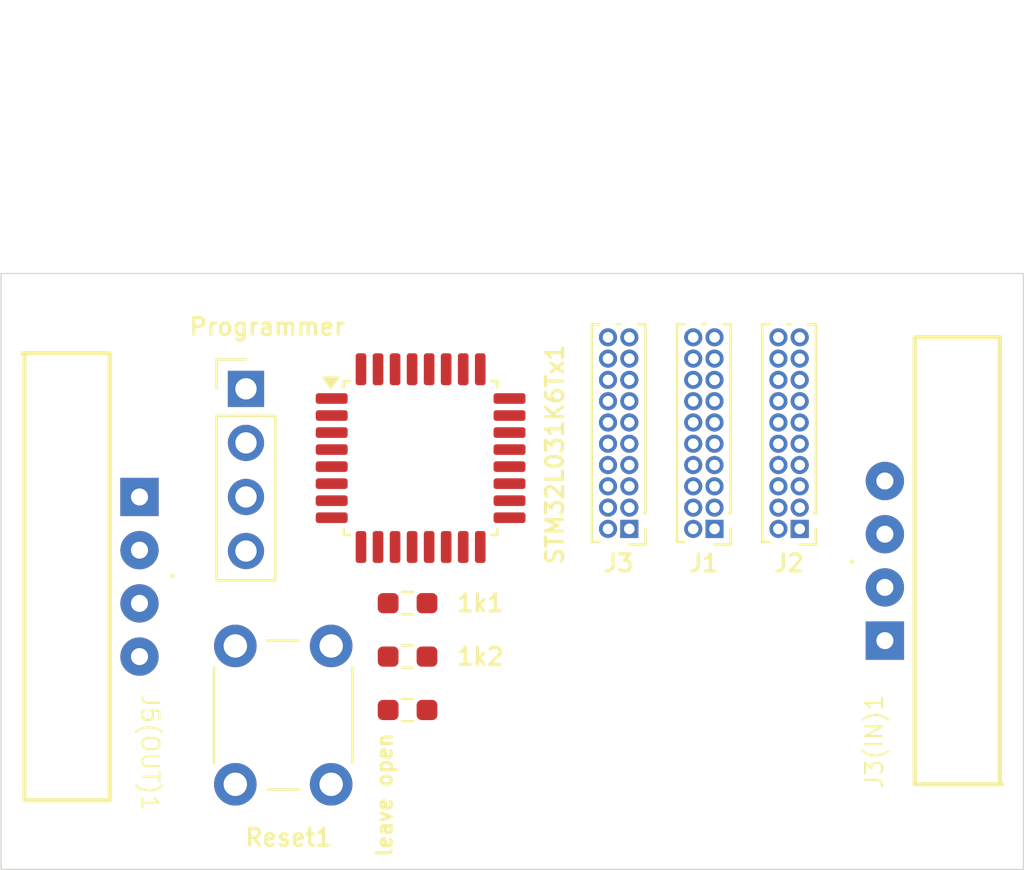
<source format=kicad_pcb>
(kicad_pcb (version 20241229) (generator "pcbnew") (generator_version "9.0")
  (layers (0 "F.Cu" signal) (2 "B.Cu" signal) (13 "F.Paste" user) (15 "B.Paste" user) (5 "F.SilkS" user "F.Silkscreen") (7 "B.SilkS" user "B.Silkscreen") (1 "F.Mask" user) (3 "B.Mask" user) (25 "Edge.Cuts" user))
  (net 0 "")
  (net 1 "Net-(STM32L031K6Tx1-NRST)")
  (net 2 "/VCC")
  (net 3 "Net-(STM32L031K6Tx1-BOOT0)")
  (net 4 "/GND")
  (net 5 "/PA4")
  (net 6 "/PB5")
  (net 7 "/PA12")
  (net 8 "/PA8")
  (net 9 "/PA3")
  (net 10 "/PA7")
  (net 11 "/PA1")
  (net 13 "/PB4")
  (net 14 "/PA5")
  (net 15 "/PA6")
  (net 16 "/PA11")
  (net 17 "/PA15")
  (net 18 "/PA0")
  (net 19 "/PA2")
  (net 20 "/PB3")
  (net 21 "/PB0")
  (net 22 "/PB1")
  (net 23 "/PB6")
  (net 24 "/PB7")
  (net 25 "/SWCLK")
  (net 26 "/SWDIO")
  (net 27 "/SWCLK(PA13)")
  (net 28 "/PC14")
  (net 29 "/SWDIO(PA14)")
  (net 30 "/PC15")
  (net 31 "/UART_TX(PA9)")
  (net 32 "/UART_RX(PA10)")
  (footprint "Resistor_SMD:R_0603_1608Metric_Pad0.98x0.95mm_HandSolder" (layer "F.Cu") (at 91.0875 95.5)
    (property "Reference" "1k2" (at 3.4125 0 0) (layer "F.SilkS") (effects (font (size 0.8 0.8))))
    (property "Value" "R")
    (fp_line (start -0.254724 -0.5225) (end 0.254724 -0.5225) (stroke (width 0.12)) (layer "F.SilkS"))
    (fp_line (start -0.254724 0.5225) (end 0.254724 0.5225) (stroke (width 0.12)) (layer "F.SilkS"))
    (pad "1" smd roundrect (at -0.9125 0) (size 0.975 0.95) (layers "F.Cu" "F.Mask" "F.Paste") (net 3 "Net-(STM32L031K6Tx1-BOOT0)"))
    (pad "2" smd roundrect (at 0.9125 0) (size 0.975 0.95) (layers "F.Cu" "F.Mask" "F.Paste") (net 4 "/GND"))
  )
  (footprint "Button_Switch_THT:SW_PUSH_6mm_H4.3mm" (layer "F.Cu") (at 87.5 95 -90)
    (property "Reference" "Reset1" (at 9 2 180) (layer "F.SilkS") (effects (font (size 0.8 0.8))))
    (property "Value" "SW_Push")
    (fp_line (start 1 5.5) (end 5.5 5.5) (stroke (width 0.12)) (layer "F.SilkS"))
    (fp_line (start 6.75 3) (end 6.75 1.5) (stroke (width 0.12)) (layer "F.SilkS"))
    (fp_line (start -0.25 1.5) (end -0.25 3) (stroke (width 0.12)) (layer "F.SilkS"))
    (fp_line (start 5.5 -1) (end 1 -1) (stroke (width 0.12)) (layer "F.SilkS"))
    (pad "1" thru_hole circle (at 0 0) (size 2 2) (drill 1.1) (layers "*.Cu" "*.Mask") (net 4 "/GND"))
    (pad "1" thru_hole circle (at 6.5 0) (size 2 2) (drill 1.1) (layers "*.Cu" "*.Mask") (net 4 "/GND"))
    (pad "2" thru_hole circle (at 0 4.5) (size 2 2) (drill 1.1) (layers "*.Cu" "*.Mask") (net 1 "Net-(STM32L031K6Tx1-NRST)"))
    (pad "2" thru_hole circle (at 6.5 4.5) (size 2 2) (drill 1.1) (layers "*.Cu" "*.Mask") (net 1 "Net-(STM32L031K6Tx1-NRST)"))
  )
  (footprint "FootprintLibrary:5358_4pin_connector_customfootprint" (layer "F.Cu") (at 115.5 91 90)
    (property "Reference" "J3(IN)1" (at -8.5 -2.5 90) (layer "F.SilkS") (effects (font (size 0.8 0.8) (thickness 0.1))))
    (property "Value" "01x04 magnetic connector")
    (fp_line (start -0.04 -3.6) (end -0.04 -3.6) (stroke (width 0.1)) (layer "F.SilkS"))
    (fp_line (start -0.04 -3.5) (end -0.04 -3.5) (stroke (width 0.1)) (layer "F.SilkS"))
    (fp_line (start -0.04 -3.5) (end -0.04 -3.5) (stroke (width 0.1)) (layer "F.SilkS"))
    (fp_line (start 10.5 -0.6) (end 10.5 3.4) (stroke (width 0.2)) (layer "F.SilkS"))
    (fp_line (start -10.5 -0.6) (end 10.5 -0.6) (stroke (width 0.2)) (layer "F.SilkS"))
    (fp_line (start 10.5 3.4) (end -10.5 3.4) (stroke (width 0.2)) (layer "F.SilkS"))
    (fp_line (start -10.5 3.5) (end -10.5 -0.5) (stroke (width 0.2)) (layer "F.SilkS"))
    (fp_arc (start -0.04 -3.6) (mid 0.01 -3.55) (end -0.04 -3.5) (stroke (width 0.1)) (layer "F.SilkS"))
    (fp_arc (start -0.04 -3.6) (mid 0.01 -3.55) (end -0.04 -3.5) (stroke (width 0.1)) (layer "F.SilkS"))
    (fp_arc (start -0.04 -3.5) (mid -0.09 -3.55) (end -0.04 -3.6) (stroke (width 0.1)) (layer "F.SilkS"))
    (pad "1" thru_hole rect (at -3.75 -2 90) (size 1.8 1.8) (drill 0.8) (layers "*.Cu" "*.Mask") (net 4 "/GND"))
    (pad "2" thru_hole circle (at -1.25 -2 90) (size 1.8 1.8) (drill 0.8) (layers "*.Cu" "*.Mask") (net 2 "/VCC"))
    (pad "3" thru_hole circle (at 1.25 -2 90) (size 1.8 1.8) (drill 0.8) (layers "*.Cu" "*.Mask") (net 31 "/UART_TX(PA9)"))
    (pad "4" thru_hole circle (at 3.75 -2 90) (size 1.8 1.8) (drill 0.8) (layers "*.Cu" "*.Mask") (net 32 "/UART_RX(PA10)"))
  )
  (footprint "Resistor_SMD:R_0603_1608Metric_Pad0.98x0.95mm_HandSolder" (layer "F.Cu") (at 91.0875 92.99)
    (property "Reference" "1k1" (at 3.4125 0 0) (layer "F.SilkS") (effects (font (size 0.8 0.8))))
    (property "Value" "R")
    (fp_line (start -0.254724 -0.5225) (end 0.254724 -0.5225) (stroke (width 0.12)) (layer "F.SilkS"))
    (fp_line (start -0.254724 0.5225) (end 0.254724 0.5225) (stroke (width 0.12)) (layer "F.SilkS"))
    (pad "1" smd roundrect (at -0.9125 0) (size 0.975 0.95) (layers "F.Cu" "F.Mask" "F.Paste") (net 2 "/VCC"))
    (pad "2" smd roundrect (at 0.9125 0) (size 0.975 0.95) (layers "F.Cu" "F.Mask" "F.Paste") (net 1 "Net-(STM32L031K6Tx1-NRST)"))
  )
  (footprint "Resistor_SMD:R_0603_1608Metric_Pad0.98x0.95mm_HandSolder" (layer "F.Cu") (at 91.0875 98.01)
    (property "Reference" "leave open" (at -1.0875 3.99 270) (layer "F.SilkS") (effects (font (size 0.7 0.7))))
    (property "Value" "R")
    (fp_line (start -0.254724 -0.5225) (end 0.254724 -0.5225) (stroke (width 0.12)) (layer "F.SilkS"))
    (fp_line (start -0.254724 0.5225) (end 0.254724 0.5225) (stroke (width 0.12)) (layer "F.SilkS"))
    (pad "1" smd roundrect (at -0.9125 0) (size 0.975 0.95) (layers "F.Cu" "F.Mask" "F.Paste") (net 3 "Net-(STM32L031K6Tx1-BOOT0)"))
    (pad "2" smd roundrect (at 0.9125 0) (size 0.975 0.95) (layers "F.Cu" "F.Mask" "F.Paste") (net 2 "/VCC"))
  )
  (footprint "Connector_PinHeader_2.54mm:PinHeader_1x04_P2.54mm_Vertical" (layer "F.Cu") (at 83.5 82.92)
    (property "Reference" "Programmer" (at 1 -2.92 0) (layer "F.SilkS") (effects (font (size 0.8 0.8))))
    (property "Value" "Conn_01x04")
    (fp_line (start -1.38 -1.38) (end 0 -1.38) (stroke (width 0.12)) (layer "F.SilkS"))
    (fp_line (start -1.38 0) (end -1.38 -1.38) (stroke (width 0.12)) (layer "F.SilkS"))
    (fp_line (start -1.38 1.27) (end -1.38 9) (stroke (width 0.12)) (layer "F.SilkS"))
    (fp_line (start -1.38 1.27) (end 1.38 1.27) (stroke (width 0.12)) (layer "F.SilkS"))
    (fp_line (start -1.38 9) (end 1.38 9) (stroke (width 0.12)) (layer "F.SilkS"))
    (fp_line (start 1.38 1.27) (end 1.38 9) (stroke (width 0.12)) (layer "F.SilkS"))
    (pad "1" thru_hole rect (at 0 0) (size 1.7 1.7) (drill 1) (layers "*.Cu" "*.Mask") (net 25 "/SWCLK"))
    (pad "2" thru_hole circle (at 0 2.54) (size 1.7 1.7) (drill 1) (layers "*.Cu" "*.Mask") (net 26 "/SWDIO"))
    (pad "3" thru_hole circle (at 0 5.08) (size 1.7 1.7) (drill 1) (layers "*.Cu" "*.Mask") (net 2 "/VCC"))
    (pad "4" thru_hole circle (at 0 7.62) (size 1.7 1.7) (drill 1) (layers "*.Cu" "*.Mask") (net 4 "/GND"))
  )
  (footprint "Package_QFP:LQFP-32_7x7mm_P0.8mm" (layer "F.Cu") (at 91.7 86.175)
    (property "Reference" "STM32L031K6Tx1" (at 6.3 -0.175 270) (layer "F.SilkS") (effects (font (size 0.8 0.8))))
    (property "Value" "STM32L031K6Tx")
    (fp_line (start -3.61 -3.61) (end -3.61 -3.31) (stroke (width 0.12)) (layer "F.SilkS"))
    (fp_line (start -3.61 3.61) (end -3.61 3.31) (stroke (width 0.12)) (layer "F.SilkS"))
    (fp_line (start -3.31 -3.61) (end -3.61 -3.61) (stroke (width 0.12)) (layer "F.SilkS"))
    (fp_line (start -3.31 3.61) (end -3.61 3.61) (stroke (width 0.12)) (layer "F.SilkS"))
    (fp_line (start 3.31 -3.61) (end 3.61 -3.61) (stroke (width 0.12)) (layer "F.SilkS"))
    (fp_line (start 3.31 3.61) (end 3.61 3.61) (stroke (width 0.12)) (layer "F.SilkS"))
    (fp_line (start 3.61 -3.61) (end 3.61 -3.31) (stroke (width 0.12)) (layer "F.SilkS"))
    (fp_line (start 3.61 3.61) (end 3.61 3.31) (stroke (width 0.12)) (layer "F.SilkS"))
    (fp_poly (pts (xy -4.2125 -3.31) (xy -4.5525 -3.78) (xy -3.8725 -3.78)) (stroke (width 0.12)) (fill yes) (layer "F.SilkS"))
    (pad "1" smd roundrect (at -4.175 -2.8) (size 1.5 0.5) (layers "F.Cu" "F.Mask" "F.Paste") (net 2 "/VCC"))
    (pad "2" smd roundrect (at -4.175 -2) (size 1.5 0.5) (layers "F.Cu" "F.Mask" "F.Paste") (net 28 "/PC14"))
    (pad "3" smd roundrect (at -4.175 -1.2) (size 1.5 0.5) (layers "F.Cu" "F.Mask" "F.Paste") (net 30 "/PC15"))
    (pad "4" smd roundrect (at -4.175 -0.4) (size 1.5 0.5) (layers "F.Cu" "F.Mask" "F.Paste") (net 1 "Net-(STM32L031K6Tx1-NRST)"))
    (pad "5" smd roundrect (at -4.175 0.4) (size 1.5 0.5) (layers "F.Cu" "F.Mask" "F.Paste") (net 2 "/VCC"))
    (pad "6" smd roundrect (at -4.175 1.2) (size 1.5 0.5) (layers "F.Cu" "F.Mask" "F.Paste") (net 18 "/PA0"))
    (pad "7" smd roundrect (at -4.175 2) (size 1.5 0.5) (layers "F.Cu" "F.Mask" "F.Paste") (net 11 "/PA1"))
    (pad "8" smd roundrect (at -4.175 2.8) (size 1.5 0.5) (layers "F.Cu" "F.Mask" "F.Paste") (net 19 "/PA2"))
    (pad "9" smd roundrect (at -2.8 4.175) (size 0.5 1.5) (layers "F.Cu" "F.Mask" "F.Paste") (net 9 "/PA3"))
    (pad "10" smd roundrect (at -2 4.175) (size 0.5 1.5) (layers "F.Cu" "F.Mask" "F.Paste") (net 5 "/PA4"))
    (pad "11" smd roundrect (at -1.2 4.175) (size 0.5 1.5) (layers "F.Cu" "F.Mask" "F.Paste") (net 14 "/PA5"))
    (pad "12" smd roundrect (at -0.4 4.175) (size 0.5 1.5) (layers "F.Cu" "F.Mask" "F.Paste") (net 15 "/PA6"))
    (pad "13" smd roundrect (at 0.4 4.175) (size 0.5 1.5) (layers "F.Cu" "F.Mask" "F.Paste") (net 10 "/PA7"))
    (pad "14" smd roundrect (at 1.2 4.175) (size 0.5 1.5) (layers "F.Cu" "F.Mask" "F.Paste") (net 21 "/PB0"))
    (pad "15" smd roundrect (at 2 4.175) (size 0.5 1.5) (layers "F.Cu" "F.Mask" "F.Paste") (net 22 "/PB1"))
    (pad "16" smd roundrect (at 2.8 4.175) (size 0.5 1.5) (layers "F.Cu" "F.Mask" "F.Paste") (net 4 "/GND"))
    (pad "17" smd roundrect (at 4.175 2.8) (size 1.5 0.5) (layers "F.Cu" "F.Mask" "F.Paste") (net 2 "/VCC"))
    (pad "18" smd roundrect (at 4.175 2) (size 1.5 0.5) (layers "F.Cu" "F.Mask" "F.Paste") (net 8 "/PA8"))
    (pad "19" smd roundrect (at 4.175 1.2) (size 1.5 0.5) (layers "F.Cu" "F.Mask" "F.Paste") (net 31 "/UART_TX(PA9)"))
    (pad "20" smd roundrect (at 4.175 0.4) (size 1.5 0.5) (layers "F.Cu" "F.Mask" "F.Paste") (net 32 "/UART_RX(PA10)"))
    (pad "21" smd roundrect (at 4.175 -0.4) (size 1.5 0.5) (layers "F.Cu" "F.Mask" "F.Paste") (net 16 "/PA11"))
    (pad "22" smd roundrect (at 4.175 -1.2) (size 1.5 0.5) (layers "F.Cu" "F.Mask" "F.Paste") (net 7 "/PA12"))
    (pad "23" smd roundrect (at 4.175 -2) (size 1.5 0.5) (layers "F.Cu" "F.Mask" "F.Paste") (net 27 "/SWCLK(PA13)"))
    (pad "24" smd roundrect (at 4.175 -2.8) (size 1.5 0.5) (layers "F.Cu" "F.Mask" "F.Paste") (net 29 "/SWDIO(PA14)"))
    (pad "25" smd roundrect (at 2.8 -4.175) (size 0.5 1.5) (layers "F.Cu" "F.Mask" "F.Paste") (net 17 "/PA15"))
    (pad "26" smd roundrect (at 2 -4.175) (size 0.5 1.5) (layers "F.Cu" "F.Mask" "F.Paste") (net 20 "/PB3"))
    (pad "27" smd roundrect (at 1.2 -4.175) (size 0.5 1.5) (layers "F.Cu" "F.Mask" "F.Paste") (net 13 "/PB4"))
    (pad "28" smd roundrect (at 0.4 -4.175) (size 0.5 1.5) (layers "F.Cu" "F.Mask" "F.Paste") (net 6 "/PB5"))
    (pad "29" smd roundrect (at -0.4 -4.175) (size 0.5 1.5) (layers "F.Cu" "F.Mask" "F.Paste") (net 23 "/PB6"))
    (pad "30" smd roundrect (at -1.2 -4.175) (size 0.5 1.5) (layers "F.Cu" "F.Mask" "F.Paste") (net 24 "/PB7"))
    (pad "31" smd roundrect (at -2 -4.175) (size 0.5 1.5) (layers "F.Cu" "F.Mask" "F.Paste") (net 3 "Net-(STM32L031K6Tx1-BOOT0)"))
    (pad "32" smd roundrect (at -2.8 -4.175) (size 0.5 1.5) (layers "F.Cu" "F.Mask" "F.Paste") (net 4 "/GND"))
  )
  (footprint "Connector_PinHeader_1.00mm:PinHeader_2x10_P1.00mm_Vertical" (layer "F.Cu") (at 105.5 89.5 180)
    (property "Reference" "J1" (at 0.5 -1.61 0) (layer "F.SilkS") (effects (font (size 0.8 0.8))))
    (property "Value" "Conn_02x10_Top_Bottom")
    (fp_line (start 1.76 -0.61) (end 1.76 9.61) (stroke (width 0.12)) (layer "F.SilkS"))
    (fp_line (start 1.41003 9.61) (end 1.76 9.61) (stroke (width 0.12)) (layer "F.SilkS"))
    (fp_line (start 1.41003 -0.61) (end 1.76 -0.61) (stroke (width 0.12)) (layer "F.SilkS"))
    (fp_line (start 0.41003 9.61) (end 0.58997 9.61) (stroke (width 0.12)) (layer "F.SilkS"))
    (fp_line (start -0.76 9.61) (end -0.41003 9.61) (stroke (width 0.12)) (layer "F.SilkS"))
    (fp_line (start -0.76 0.735) (end -0.685565 0.735) (stroke (width 0.12)) (layer "F.SilkS"))
    (fp_line (start -0.76 0.735) (end -0.76 9.61) (stroke (width 0.12)) (layer "F.SilkS"))
    (fp_line (start -0.76 0) (end -0.76 -0.735) (stroke (width 0.12)) (layer "F.SilkS"))
    (fp_line (start -0.76 -0.735) (end 0 -0.735) (stroke (width 0.12)) (layer "F.SilkS"))
    (pad "1" thru_hole rect (at 0 0 180) (size 0.85 0.85) (drill 0.5) (layers "*.Cu" "*.Mask") (net 18 "/PA0"))
    (pad "2" thru_hole circle (at 1 0 180) (size 0.85 0.85) (drill 0.5) (layers "*.Cu" "*.Mask") (net 11 "/PA1"))
    (pad "3" thru_hole circle (at 0 1 180) (size 0.85 0.85) (drill 0.5) (layers "*.Cu" "*.Mask") (net 19 "/PA2"))
    (pad "4" thru_hole circle (at 1 1 180) (size 0.85 0.85) (drill 0.5) (layers "*.Cu" "*.Mask") (net 9 "/PA3"))
    (pad "5" thru_hole circle (at 0 2 180) (size 0.85 0.85) (drill 0.5) (layers "*.Cu" "*.Mask") (net 5 "/PA4"))
    (pad "6" thru_hole circle (at 1 2 180) (size 0.85 0.85) (drill 0.5) (layers "*.Cu" "*.Mask") (net 14 "/PA5"))
    (pad "7" thru_hole circle (at 0 3 180) (size 0.85 0.85) (drill 0.5) (layers "*.Cu" "*.Mask") (net 15 "/PA6"))
    (pad "8" thru_hole circle (at 1 3 180) (size 0.85 0.85) (drill 0.5) (layers "*.Cu" "*.Mask") (net 10 "/PA7"))
    (pad "9" thru_hole circle (at 0 4 180) (size 0.85 0.85) (drill 0.5) (layers "*.Cu" "*.Mask") (net 8 "/PA8"))
    (pad "10" thru_hole circle (at 1 4 180) (size 0.85 0.85) (drill 0.5) (layers "*.Cu" "*.Mask") (net 16 "/PA11"))
    (pad "11" thru_hole circle (at 0 5 180) (size 0.85 0.85) (drill 0.5) (layers "*.Cu" "*.Mask") (net 7 "/PA12"))
    (pad "12" thru_hole circle (at 1 5 180) (size 0.85 0.85) (drill 0.5) (layers "*.Cu" "*.Mask") (net 17 "/PA15"))
    (pad "13" thru_hole circle (at 0 6 180) (size 0.85 0.85) (drill 0.5) (layers "*.Cu" "*.Mask") (net 21 "/PB0"))
    (pad "14" thru_hole circle (at 1 6 180) (size 0.85 0.85) (drill 0.5) (layers "*.Cu" "*.Mask") (net 22 "/PB1"))
    (pad "15" thru_hole circle (at 0 7 180) (size 0.85 0.85) (drill 0.5) (layers "*.Cu" "*.Mask") (net 20 "/PB3"))
    (pad "16" thru_hole circle (at 1 7 180) (size 0.85 0.85) (drill 0.5) (layers "*.Cu" "*.Mask") (net 13 "/PB4"))
    (pad "17" thru_hole circle (at 0 8 180) (size 0.85 0.85) (drill 0.5) (layers "*.Cu" "*.Mask") (net 6 "/PB5"))
    (pad "18" thru_hole circle (at 1 8 180) (size 0.85 0.85) (drill 0.5) (layers "*.Cu" "*.Mask") (net 23 "/PB6"))
    (pad "19" thru_hole circle (at 0 9 180) (size 0.85 0.85) (drill 0.5) (layers "*.Cu" "*.Mask") (net 24 "/PB7"))
    (pad "20" thru_hole circle (at 1 9 180) (size 0.85 0.85) (drill 0.5) (layers "*.Cu" "*.Mask"))
  )
  (footprint "Connector_PinHeader_1.00mm:PinHeader_2x10_P1.00mm_Vertical" (layer "F.Cu") (at 101.5 89.5 180)
    (property "Reference" "J3" (at 0.5 -1.61 0) (layer "F.SilkS") (effects (font (size 0.8 0.8))))
    (property "Value" "Conn_02x10_Top_Bottom")
    (fp_line (start 1.76 -0.61) (end 1.76 9.61) (stroke (width 0.12)) (layer "F.SilkS"))
    (fp_line (start 1.41003 9.61) (end 1.76 9.61) (stroke (width 0.12)) (layer "F.SilkS"))
    (fp_line (start 1.41003 -0.61) (end 1.76 -0.61) (stroke (width 0.12)) (layer "F.SilkS"))
    (fp_line (start 0.41003 9.61) (end 0.58997 9.61) (stroke (width 0.12)) (layer "F.SilkS"))
    (fp_line (start -0.76 9.61) (end -0.41003 9.61) (stroke (width 0.12)) (layer "F.SilkS"))
    (fp_line (start -0.76 0.735) (end -0.685565 0.735) (stroke (width 0.12)) (layer "F.SilkS"))
    (fp_line (start -0.76 0.735) (end -0.76 9.61) (stroke (width 0.12)) (layer "F.SilkS"))
    (fp_line (start -0.76 0) (end -0.76 -0.735) (stroke (width 0.12)) (layer "F.SilkS"))
    (fp_line (start -0.76 -0.735) (end 0 -0.735) (stroke (width 0.12)) (layer "F.SilkS"))
    (pad "1" thru_hole rect (at 0 0 180) (size 0.85 0.85) (drill 0.5) (layers "*.Cu" "*.Mask") (net 2 "/VCC"))
    (pad "2" thru_hole circle (at 1 0 180) (size 0.85 0.85) (drill 0.5) (layers "*.Cu" "*.Mask") (net 2 "/VCC"))
    (pad "3" thru_hole circle (at 0 1 180) (size 0.85 0.85) (drill 0.5) (layers "*.Cu" "*.Mask") (net 2 "/VCC"))
    (pad "4" thru_hole circle (at 1 1 180) (size 0.85 0.85) (drill 0.5) (layers "*.Cu" "*.Mask") (net 2 "/VCC"))
    (pad "5" thru_hole circle (at 0 2 180) (size 0.85 0.85) (drill 0.5) (layers "*.Cu" "*.Mask") (net 2 "/VCC"))
    (pad "6" thru_hole circle (at 1 2 180) (size 0.85 0.85) (drill 0.5) (layers "*.Cu" "*.Mask") (net 2 "/VCC"))
    (pad "7" thru_hole circle (at 0 3 180) (size 0.85 0.85) (drill 0.5) (layers "*.Cu" "*.Mask") (net 2 "/VCC"))
    (pad "8" thru_hole circle (at 1 3 180) (size 0.85 0.85) (drill 0.5) (layers "*.Cu" "*.Mask") (net 2 "/VCC"))
    (pad "9" thru_hole circle (at 0 4 180) (size 0.85 0.85) (drill 0.5) (layers "*.Cu" "*.Mask") (net 2 "/VCC"))
    (pad "10" thru_hole circle (at 1 4 180) (size 0.85 0.85) (drill 0.5) (layers "*.Cu" "*.Mask") (net 2 "/VCC"))
    (pad "11" thru_hole circle (at 0 5 180) (size 0.85 0.85) (drill 0.5) (layers "*.Cu" "*.Mask") (net 2 "/VCC"))
    (pad "12" thru_hole circle (at 1 5 180) (size 0.85 0.85) (drill 0.5) (layers "*.Cu" "*.Mask") (net 2 "/VCC"))
    (pad "13" thru_hole circle (at 0 6 180) (size 0.85 0.85) (drill 0.5) (layers "*.Cu" "*.Mask") (net 2 "/VCC"))
    (pad "14" thru_hole circle (at 1 6 180) (size 0.85 0.85) (drill 0.5) (layers "*.Cu" "*.Mask") (net 2 "/VCC"))
    (pad "15" thru_hole circle (at 0 7 180) (size 0.85 0.85) (drill 0.5) (layers "*.Cu" "*.Mask") (net 2 "/VCC"))
    (pad "16" thru_hole circle (at 1 7 180) (size 0.85 0.85) (drill 0.5) (layers "*.Cu" "*.Mask") (net 2 "/VCC"))
    (pad "17" thru_hole circle (at 0 8 180) (size 0.85 0.85) (drill 0.5) (layers "*.Cu" "*.Mask") (net 2 "/VCC"))
    (pad "18" thru_hole circle (at 1 8 180) (size 0.85 0.85) (drill 0.5) (layers "*.Cu" "*.Mask") (net 2 "/VCC"))
    (pad "19" thru_hole circle (at 0 9 180) (size 0.85 0.85) (drill 0.5) (layers "*.Cu" "*.Mask") (net 2 "/VCC"))
    (pad "20" thru_hole circle (at 1 9 180) (size 0.85 0.85) (drill 0.5) (layers "*.Cu" "*.Mask") (net 2 "/VCC"))
  )
  (footprint "Connector_PinHeader_1.00mm:PinHeader_2x10_P1.00mm_Vertical" (layer "F.Cu") (at 109.5 89.5 180)
    (property "Reference" "J2" (at 0.5 -1.61 0) (layer "F.SilkS") (effects (font (size 0.8 0.8))))
    (property "Value" "Conn_02x10_Top_Bottom")
    (fp_line (start 1.76 -0.61) (end 1.76 9.61) (stroke (width 0.12)) (layer "F.SilkS"))
    (fp_line (start 1.41003 9.61) (end 1.76 9.61) (stroke (width 0.12)) (layer "F.SilkS"))
    (fp_line (start 1.41003 -0.61) (end 1.76 -0.61) (stroke (width 0.12)) (layer "F.SilkS"))
    (fp_line (start 0.41003 9.61) (end 0.58997 9.61) (stroke (width 0.12)) (layer "F.SilkS"))
    (fp_line (start -0.76 9.61) (end -0.41003 9.61) (stroke (width 0.12)) (layer "F.SilkS"))
    (fp_line (start -0.76 0.735) (end -0.685565 0.735) (stroke (width 0.12)) (layer "F.SilkS"))
    (fp_line (start -0.76 0.735) (end -0.76 9.61) (stroke (width 0.12)) (layer "F.SilkS"))
    (fp_line (start -0.76 0) (end -0.76 -0.735) (stroke (width 0.12)) (layer "F.SilkS"))
    (fp_line (start -0.76 -0.735) (end 0 -0.735) (stroke (width 0.12)) (layer "F.SilkS"))
    (pad "1" thru_hole rect (at 0 0 180) (size 0.85 0.85) (drill 0.5) (layers "*.Cu" "*.Mask") (net 4 "/GND"))
    (pad "2" thru_hole circle (at 1 0 180) (size 0.85 0.85) (drill 0.5) (layers "*.Cu" "*.Mask") (net 4 "/GND"))
    (pad "3" thru_hole circle (at 0 1 180) (size 0.85 0.85) (drill 0.5) (layers "*.Cu" "*.Mask") (net 4 "/GND"))
    (pad "4" thru_hole circle (at 1 1 180) (size 0.85 0.85) (drill 0.5) (layers "*.Cu" "*.Mask") (net 4 "/GND"))
    (pad "5" thru_hole circle (at 0 2 180) (size 0.85 0.85) (drill 0.5) (layers "*.Cu" "*.Mask") (net 4 "/GND"))
    (pad "6" thru_hole circle (at 1 2 180) (size 0.85 0.85) (drill 0.5) (layers "*.Cu" "*.Mask") (net 4 "/GND"))
    (pad "7" thru_hole circle (at 0 3 180) (size 0.85 0.85) (drill 0.5) (layers "*.Cu" "*.Mask") (net 4 "/GND"))
    (pad "8" thru_hole circle (at 1 3 180) (size 0.85 0.85) (drill 0.5) (layers "*.Cu" "*.Mask") (net 4 "/GND"))
    (pad "9" thru_hole circle (at 0 4 180) (size 0.85 0.85) (drill 0.5) (layers "*.Cu" "*.Mask") (net 4 "/GND"))
    (pad "10" thru_hole circle (at 1 4 180) (size 0.85 0.85) (drill 0.5) (layers "*.Cu" "*.Mask") (net 4 "/GND"))
    (pad "11" thru_hole circle (at 0 5 180) (size 0.85 0.85) (drill 0.5) (layers "*.Cu" "*.Mask") (net 4 "/GND"))
    (pad "12" thru_hole circle (at 1 5 180) (size 0.85 0.85) (drill 0.5) (layers "*.Cu" "*.Mask") (net 4 "/GND"))
    (pad "13" thru_hole circle (at 0 6 180) (size 0.85 0.85) (drill 0.5) (layers "*.Cu" "*.Mask") (net 4 "/GND"))
    (pad "14" thru_hole circle (at 1 6 180) (size 0.85 0.85) (drill 0.5) (layers "*.Cu" "*.Mask") (net 4 "/GND"))
    (pad "15" thru_hole circle (at 0 7 180) (size 0.85 0.85) (drill 0.5) (layers "*.Cu" "*.Mask") (net 4 "/GND"))
    (pad "16" thru_hole circle (at 1 7 180) (size 0.85 0.85) (drill 0.5) (layers "*.Cu" "*.Mask") (net 4 "/GND"))
    (pad "17" thru_hole circle (at 0 8 180) (size 0.85 0.85) (drill 0.5) (layers "*.Cu" "*.Mask") (net 4 "/GND"))
    (pad "18" thru_hole circle (at 1 8 180) (size 0.85 0.85) (drill 0.5) (layers "*.Cu" "*.Mask") (net 4 "/GND"))
    (pad "19" thru_hole circle (at 0 9 180) (size 0.85 0.85) (drill 0.5) (layers "*.Cu" "*.Mask") (net 4 "/GND"))
    (pad "20" thru_hole circle (at 1 9 180) (size 0.85 0.85) (drill 0.5) (layers "*.Cu" "*.Mask") (net 4 "/GND"))
  )
  (footprint "FootprintLibrary:5358_4pin_connector_customfootprint" (layer "F.Cu") (at 76.5 91.75 -90)
    (property "Reference" "J5(OUT)1" (at 8.25 -2.5 270) (layer "F.SilkS") (effects (font (size 0.8 0.8) (thickness 0.1))))
    (property "Value" "01x04 magnetic connector")
    (fp_line (start -10.5 3.5) (end -10.5 -0.5) (stroke (width 0.2)) (layer "F.SilkS"))
    (fp_line (start 10.5 3.4) (end -10.5 3.4) (stroke (width 0.2)) (layer "F.SilkS"))
    (fp_line (start -10.5 -0.6) (end 10.5 -0.6) (stroke (width 0.2)) (layer "F.SilkS"))
    (fp_line (start 10.5 -0.6) (end 10.5 3.4) (stroke (width 0.2)) (layer "F.SilkS"))
    (fp_line (start -0.04 -3.5) (end -0.04 -3.5) (stroke (width 0.1)) (layer "F.SilkS"))
    (fp_line (start -0.04 -3.5) (end -0.04 -3.5) (stroke (width 0.1)) (layer "F.SilkS"))
    (fp_line (start -0.04 -3.6) (end -0.04 -3.6) (stroke (width 0.1)) (layer "F.SilkS"))
    (fp_arc (start -0.04 -3.5) (mid -0.09 -3.55) (end -0.04 -3.6) (stroke (width 0.1)) (layer "F.SilkS"))
    (fp_arc (start -0.04 -3.6) (mid 0.01 -3.55) (end -0.04 -3.5) (stroke (width 0.1)) (layer "F.SilkS"))
    (fp_arc (start -0.04 -3.6) (mid 0.01 -3.55) (end -0.04 -3.5) (stroke (width 0.1)) (layer "F.SilkS"))
    (pad "1" thru_hole rect (at -3.75 -2 270) (size 1.8 1.8) (drill 0.8) (layers "*.Cu" "*.Mask") (net 4 "/GND"))
    (pad "2" thru_hole circle (at -1.25 -2 270) (size 1.8 1.8) (drill 0.8) (layers "*.Cu" "*.Mask") (net 2 "/VCC"))
    (pad "3" thru_hole circle (at 1.25 -2 270) (size 1.8 1.8) (drill 0.8) (layers "*.Cu" "*.Mask") (net 32 "/UART_RX(PA10)"))
    (pad "4" thru_hole circle (at 3.75 -2 270) (size 1.8 1.8) (drill 0.8) (layers "*.Cu" "*.Mask") (net 31 "/UART_TX(PA9)"))
  )
  (gr_rect (start 72 77.5) (end 120 105.5) (stroke (width 0.05)) (fill no) (layer "Edge.Cuts"))
)
</source>
